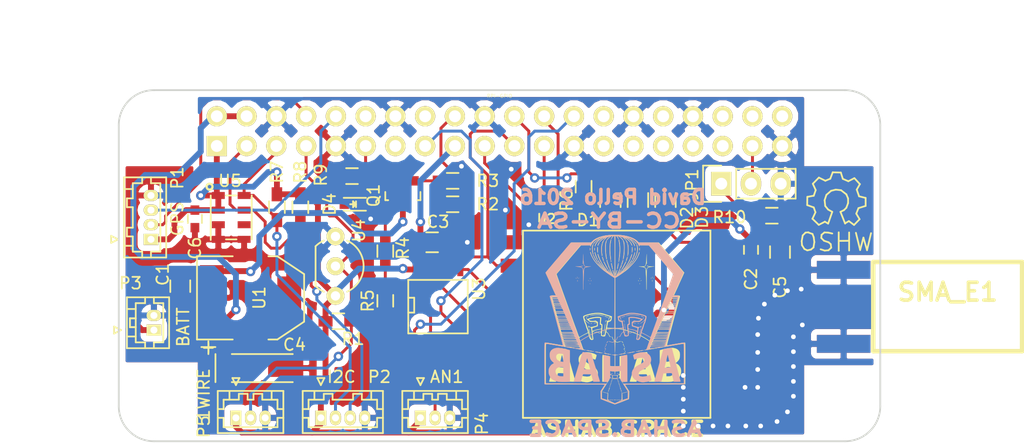
<source format=kicad_pcb>
(kicad_pcb (version 4) (host pcbnew 4.0.6)
  (layers (0 F.Cu signal) (31 B.Cu signal) (34 B.Paste user) (35 F.Paste user) (36 B.SilkS user) (37 F.SilkS user) (38 B.Mask user) (39 F.Mask user) (44 Edge.Cuts user))
  (net 0 "")
  (net 1 +BATT)
  (net 2 GND)
  (net 3 +3V3)
  (net 4 +5V)
  (net 5 LORA_INT)
  (net 6 "Net-(D1-Pad2)")
  (net 7 "Net-(D2-Pad2)")
  (net 8 "Net-(D3-Pad2)")
  (net 9 "Net-(P6-Pad40)")
  (net 10 "Net-(P6-Pad38)")
  (net 11 "Net-(P6-Pad36)")
  (net 12 "Net-(P6-Pad35)")
  (net 13 "Net-(P6-Pad33)")
  (net 14 "Net-(P6-Pad32)")
  (net 15 "Net-(P6-Pad31)")
  (net 16 "Net-(P6-Pad29)")
  (net 17 "Net-(P6-Pad28)")
  (net 18 "Net-(P6-Pad27)")
  (net 19 CS1)
  (net 20 CS0)
  (net 21 SCLK)
  (net 22 MISO)
  (net 23 MOSI)
  (net 24 READ_BATT_EN)
  (net 25 "Net-(P6-Pad16)")
  (net 26 LORA_RST)
  (net 27 "Net-(P6-Pad13)")
  (net 28 "Net-(P6-Pad12)")
  (net 29 RXD)
  (net 30 TXD)
  (net 31 1WIRE)
  (net 32 SCL)
  (net 33 SDA)
  (net 34 "Net-(Q1-Pad1)")
  (net 35 "Net-(Q1-Pad2)")
  (net 36 "Net-(R4-Pad2)")
  (net 37 "Net-(U2-Pad12)")
  (net 38 "Net-(U2-Pad11)")
  (net 39 "Net-(U2-Pad7)")
  (net 40 AN1)
  (net 41 "Net-(U5-Pad6)")
  (net 42 /RF)
  (net 43 "Net-(D4-Pad2)")
  (net 44 LED)
  (net 45 "Net-(JP1-Pad1)")
  (net 46 TX_PWR)
  (module StratoZero:RFM95_SMD_Handsoldering (layer F.Cu) (at 142 92)
    (fp_text reference U2 (at 1 -2) (layer F.SilkS) (effects (font (size 0.8 0.8) (thickness 0.16))))
    (fp_text value RFM95HW hide)
    (pad 1 smd rect (at -1.4 0) (size 3 1.2) (layers F.Cu F.Paste F.Mask) (net 2 GND))
    (pad 2 smd rect (at -1.4 2) (size 3 1.2) (layers F.Cu F.Paste F.Mask) (net 22 MISO))
    (pad 3 smd rect (at -1.4 4) (size 3 1.2) (layers F.Cu F.Paste F.Mask) (net 23 MOSI))
    (pad 4 smd rect (at -1.4 6) (size 3 1.2) (layers F.Cu F.Paste F.Mask) (net 21 SCLK))
    (pad 5 smd rect (at -1.4 8) (size 3 1.2) (layers F.Cu F.Paste F.Mask) (net 20 CS0))
    (pad 6 smd rect (at -1.4 10) (size 3 1.2) (layers F.Cu F.Paste F.Mask) (net 26 LORA_RST))
    (pad 7 smd rect (at -1.4 12) (size 3 1.2) (layers F.Cu F.Paste F.Mask) (net 39 "Net-(U2-Pad7)"))
    (pad 8 smd rect (at -1.4 14) (size 3 1.2) (layers F.Cu F.Paste F.Mask) (net 2 GND))
    (pad 9 smd rect (at 15.3 14) (size 3 1.2) (layers F.Cu F.Paste F.Mask) (net 42 /RF))
    (pad 10 smd rect (at 15.3 12) (size 3 1.2) (layers F.Cu F.Paste F.Mask) (net 2 GND))
    (pad 11 smd rect (at 15.3 10) (size 3 1.2) (layers F.Cu F.Paste F.Mask) (net 38 "Net-(U2-Pad11)"))
    (pad 12 smd rect (at 15.3 8) (size 3 1.2) (layers F.Cu F.Paste F.Mask) (net 37 "Net-(U2-Pad12)"))
    (pad 13 smd rect (at 15.3 6) (size 3 1.2) (layers F.Cu F.Paste F.Mask) (net 3 +3V3))
    (pad 14 smd rect (at 15.3 4) (size 3 1.2) (layers F.Cu F.Paste F.Mask) (net 6 "Net-(D1-Pad2)"))
    (pad 15 smd rect (at 15.3 2) (size 3 1.2) (layers F.Cu F.Paste F.Mask) (net 7 "Net-(D2-Pad2)"))
    (pad 16 smd rect (at 15.3 0) (size 3 1.2) (layers F.Cu F.Paste F.Mask) (net 8 "Net-(D3-Pad2)"))
  )
  (module SMA:SMA_EDGE (layer F.Cu) (at 177.25 96.25)
    (fp_text reference SMA_E1 (at 0 0) (layer F.SilkS) (effects (font (thickness 0.3048))))
    (fp_text value SMA_EDGE hide)
    (pad 0 connect rect (at -8.8773 -1.89484) (size 4.572 1.524) (layers *.Cu F.Mask) (net 2 GND))
    (pad 1 connect trapezoid (at -6.858 1.27) (size 0.50038 1.39954) (rect_delta 0.59944 0) (layers F.Cu F.Mask) (net 42 /RF))
    (pad 2 connect rect (at -8.8773 4.42976) (size 4.572 1.524) (layers *.Cu F.Mask) (net 2 GND))
    (pad 1 connect rect (at -9.144 1.27) (size 4.07162 1.99898) (layers F.Cu F.Mask) (net 42 /RF))
  )
  (module Capacitors_SMD:C_0805 (layer F.Cu) (at 111.75 95.75 270)
    (fp_text reference C1 (at -1 1.5 270) (layer F.SilkS))
    (fp_text value 470n)
    (pad 1 smd rect (at -1 0 270) (size 1 1.25) (layers F.Cu F.Paste F.Mask) (net 1 +BATT))
    (pad 2 smd rect (at 1 0 270) (size 1 1.25) (layers F.Cu F.Paste F.Mask) (net 2 GND))
  )
  (module Capacitors_SMD:C_0603 (layer F.Cu) (at 160.4645 92.6465 270)
    (fp_text reference C2 (at 2.5 0 270) (layer F.SilkS))
    (fp_text value 100n)
    (pad 1 smd rect (at -0.75 0 270) (size 0.8 0.75) (layers F.Cu F.Paste F.Mask) (net 3 +3V3))
    (pad 2 smd rect (at 0.75 0 270) (size 0.8 0.75) (layers F.Cu F.Paste F.Mask) (net 2 GND))
  )
  (module Capacitors_SMD:C_0805 (layer F.Cu) (at 133.25 92)
    (fp_text reference C3 (at 0.5 -1.75) (layer F.SilkS))
    (fp_text value 100n)
    (pad 2 smd rect (at 1 0) (size 1 1.25) (layers F.Cu F.Paste F.Mask) (net 2 GND))
    (pad 1 smd rect (at -1 0) (size 1 1.25) (layers F.Cu F.Paste F.Mask) (net 3 +3V3))
  )
  (module Capacitors_Tantalum_SMD:TantalC_SizeA_EIA-3216_HandSoldering (layer F.Cu) (at 118.75 102.75)
    (fp_text reference C4 (at 2.75 -2) (layer F.SilkS))
    (fp_text value CP)
    (fp_text user + (at -4.59994 -1.80086) (layer F.SilkS))
    (pad 2 smd rect (at 1.99898 0) (size 2.99974 1.50114) (layers F.Cu F.Paste F.Mask) (net 2 GND))
    (pad 1 smd rect (at -1.99898 0) (size 2.99974 1.50114) (layers F.Cu F.Paste F.Mask) (net 4 +5V))
  )
  (module Capacitors_SMD:C_0805 (layer F.Cu) (at 162.941 92.837 270)
    (fp_text reference C5 (at 3 0 270) (layer F.SilkS))
    (fp_text value 1u)
    (pad 1 smd rect (at -1 0 270) (size 1 1.25) (layers F.Cu F.Paste F.Mask) (net 3 +3V3))
    (pad 2 smd rect (at 1 0 270) (size 1 1.25) (layers F.Cu F.Paste F.Mask) (net 2 GND))
  )
  (module Capacitors_SMD:C_0603 (layer F.Cu) (at 113 90 270)
    (fp_text reference C6 (at 2.5 0 270) (layer F.SilkS))
    (fp_text value 100n)
    (pad 2 smd rect (at 0.75 0 270) (size 0.8 0.75) (layers F.Cu F.Paste F.Mask) (net 2 GND))
    (pad 1 smd rect (at -0.75 0 270) (size 0.8 0.75) (layers F.Cu F.Paste F.Mask) (net 3 +3V3))
  )
  (module Resistors_SMD:R_0805_HandSoldering (layer F.Cu) (at 148.463 88.392 270)
    (fp_text reference D1 (at 1.7145 1.905 360) (layer F.SilkS))
    (fp_text value D)
    (pad 1 smd rect (at -1.35 0 270) (size 1.5 1.3) (layers F.Cu F.Paste F.Mask) (net 5 LORA_INT))
    (pad 2 smd rect (at 1.35 0 270) (size 1.5 1.3) (layers F.Cu F.Paste F.Mask) (net 6 "Net-(D1-Pad2)"))
  )
  (module Resistors_SMD:R_0805_HandSoldering (layer F.Cu) (at 150.8125 88.392 270)
    (fp_text reference D2 (at 1.524 -4.191 270) (layer F.SilkS))
    (fp_text value D)
    (pad 2 smd rect (at 1.35 0 270) (size 1.5 1.3) (layers F.Cu F.Paste F.Mask) (net 7 "Net-(D2-Pad2)"))
    (pad 1 smd rect (at -1.35 0 270) (size 1.5 1.3) (layers F.Cu F.Paste F.Mask) (net 5 LORA_INT))
  )
  (module Resistors_SMD:R_0805_HandSoldering (layer F.Cu) (at 153.162 88.392 270)
    (fp_text reference D3 (at 1.4605 -3.1115 270) (layer F.SilkS))
    (fp_text value D)
    (pad 1 smd rect (at -1.35 0 270) (size 1.5 1.3) (layers F.Cu F.Paste F.Mask) (net 5 LORA_INT))
    (pad 2 smd rect (at 1.35 0 270) (size 1.5 1.3) (layers F.Cu F.Paste F.Mask) (net 8 "Net-(D3-Pad2)"))
  )
  (module ladecadence:RPI-ZERO-Hat (layer F.Cu) (at 139 94)
    (fp_text reference P6)
    (fp_text value RPI-GPIO (at 0 -14.5) (layer F.SilkS) (effects (font (size 0.3 0.3) (thickness 0.03))))
    (pad 40 thru_hole circle (at 24.13 -12.77 180) (size 1.7272 1.7272) (drill 1.016) (layers *.Cu *.Mask F.SilkS) (net 9 "Net-(P6-Pad40)"))
    (pad 39 thru_hole circle (at 24.13 -10.23 180) (size 1.7272 1.7272) (drill 1.016) (layers *.Cu *.Mask F.SilkS) (net 2 GND))
    (pad 38 thru_hole circle (at 21.59 -12.77 180) (size 1.7272 1.7272) (drill 1.016) (layers *.Cu *.Mask F.SilkS) (net 10 "Net-(P6-Pad38)"))
    (pad 37 thru_hole circle (at 21.59 -10.23 180) (size 1.7272 1.7272) (drill 1.016) (layers *.Cu *.Mask F.SilkS) (net 46 TX_PWR))
    (pad 36 thru_hole circle (at 19.05 -12.77 180) (size 1.7272 1.7272) (drill 1.016) (layers *.Cu *.Mask F.SilkS) (net 11 "Net-(P6-Pad36)"))
    (pad 35 thru_hole circle (at 19.05 -10.23 180) (size 1.7272 1.7272) (drill 1.016) (layers *.Cu *.Mask F.SilkS) (net 12 "Net-(P6-Pad35)"))
    (pad 34 thru_hole circle (at 16.51 -12.77 180) (size 1.7272 1.7272) (drill 1.016) (layers *.Cu *.Mask F.SilkS) (net 2 GND))
    (pad 33 thru_hole circle (at 16.51 -10.23 180) (size 1.7272 1.7272) (drill 1.016) (layers *.Cu *.Mask F.SilkS) (net 13 "Net-(P6-Pad33)"))
    (pad 32 thru_hole circle (at 13.97 -12.77 180) (size 1.7272 1.7272) (drill 1.016) (layers *.Cu *.Mask F.SilkS) (net 14 "Net-(P6-Pad32)"))
    (pad 31 thru_hole circle (at 13.97 -10.23 180) (size 1.7272 1.7272) (drill 1.016) (layers *.Cu *.Mask F.SilkS) (net 15 "Net-(P6-Pad31)"))
    (pad 30 thru_hole circle (at 11.43 -12.77 180) (size 1.7272 1.7272) (drill 1.016) (layers *.Cu *.Mask F.SilkS) (net 2 GND))
    (pad 29 thru_hole circle (at 11.43 -10.23 180) (size 1.7272 1.7272) (drill 1.016) (layers *.Cu *.Mask F.SilkS) (net 16 "Net-(P6-Pad29)"))
    (pad 28 thru_hole circle (at 8.89 -12.77 180) (size 1.7272 1.7272) (drill 1.016) (layers *.Cu *.Mask F.SilkS) (net 17 "Net-(P6-Pad28)"))
    (pad 27 thru_hole circle (at 8.89 -10.23 180) (size 1.7272 1.7272) (drill 1.016) (layers *.Cu *.Mask F.SilkS) (net 18 "Net-(P6-Pad27)"))
    (pad 26 thru_hole circle (at 6.35 -12.77 180) (size 1.7272 1.7272) (drill 1.016) (layers *.Cu *.Mask F.SilkS) (net 19 CS1))
    (pad 25 thru_hole circle (at 6.35 -10.23 180) (size 1.7272 1.7272) (drill 1.016) (layers *.Cu *.Mask F.SilkS) (net 2 GND))
    (pad 24 thru_hole circle (at 3.81 -12.77 180) (size 1.7272 1.7272) (drill 1.016) (layers *.Cu *.Mask F.SilkS) (net 20 CS0))
    (pad 23 thru_hole circle (at 3.81 -10.23 180) (size 1.7272 1.7272) (drill 1.016) (layers *.Cu *.Mask F.SilkS) (net 21 SCLK))
    (pad 22 thru_hole circle (at 1.27 -12.77 180) (size 1.7272 1.7272) (drill 1.016) (layers *.Cu *.Mask F.SilkS) (net 5 LORA_INT))
    (pad 21 thru_hole circle (at 1.27 -10.23 180) (size 1.7272 1.7272) (drill 1.016) (layers *.Cu *.Mask F.SilkS) (net 22 MISO))
    (pad 20 thru_hole circle (at -1.27 -12.77 180) (size 1.7272 1.7272) (drill 1.016) (layers *.Cu *.Mask F.SilkS) (net 2 GND))
    (pad 19 thru_hole circle (at -1.27 -10.23 180) (size 1.7272 1.7272) (drill 1.016) (layers *.Cu *.Mask F.SilkS) (net 23 MOSI))
    (pad 18 thru_hole circle (at -3.81 -12.77 180) (size 1.7272 1.7272) (drill 1.016) (layers *.Cu *.Mask F.SilkS) (net 24 READ_BATT_EN))
    (pad 17 thru_hole circle (at -3.81 -10.23 180) (size 1.7272 1.7272) (drill 1.016) (layers *.Cu *.Mask F.SilkS) (net 3 +3V3))
    (pad 16 thru_hole circle (at -6.35 -12.77 180) (size 1.7272 1.7272) (drill 1.016) (layers *.Cu *.Mask F.SilkS) (net 25 "Net-(P6-Pad16)"))
    (pad 15 thru_hole circle (at -6.35 -10.23 180) (size 1.7272 1.7272) (drill 1.016) (layers *.Cu *.Mask F.SilkS) (net 26 LORA_RST))
    (pad 14 thru_hole circle (at -8.89 -12.77 180) (size 1.7272 1.7272) (drill 1.016) (layers *.Cu *.Mask F.SilkS) (net 2 GND))
    (pad 13 thru_hole circle (at -8.89 -10.23 180) (size 1.7272 1.7272) (drill 1.016) (layers *.Cu *.Mask F.SilkS) (net 27 "Net-(P6-Pad13)"))
    (pad 12 thru_hole circle (at -11.43 -12.77 180) (size 1.7272 1.7272) (drill 1.016) (layers *.Cu *.Mask F.SilkS) (net 28 "Net-(P6-Pad12)"))
    (pad 11 thru_hole circle (at -11.43 -10.23 180) (size 1.7272 1.7272) (drill 1.016) (layers *.Cu *.Mask F.SilkS) (net 44 LED))
    (pad 10 thru_hole circle (at -13.97 -12.77 180) (size 1.7272 1.7272) (drill 1.016) (layers *.Cu *.Mask F.SilkS) (net 29 RXD))
    (pad 9 thru_hole circle (at -13.97 -10.23 180) (size 1.7272 1.7272) (drill 1.016) (layers *.Cu *.Mask F.SilkS) (net 2 GND))
    (pad 8 thru_hole circle (at -16.51 -12.77 180) (size 1.7272 1.7272) (drill 1.016) (layers *.Cu *.Mask F.SilkS) (net 30 TXD))
    (pad 7 thru_hole circle (at -16.51 -10.23 180) (size 1.7272 1.7272) (drill 1.016) (layers *.Cu *.Mask F.SilkS) (net 31 1WIRE))
    (pad 6 thru_hole circle (at -19.05 -12.77 180) (size 1.7272 1.7272) (drill 1.016) (layers *.Cu *.Mask F.SilkS) (net 2 GND))
    (pad 5 thru_hole circle (at -19.05 -10.23 180) (size 1.7272 1.7272) (drill 1.016) (layers *.Cu *.Mask F.SilkS) (net 32 SCL))
    (pad 4 thru_hole circle (at -21.59 -12.77 180) (size 1.7272 1.7272) (drill 1.016) (layers *.Cu *.Mask F.SilkS) (net 4 +5V))
    (pad 3 thru_hole circle (at -21.59 -10.23 180) (size 1.7272 1.7272) (drill 1.016) (layers *.Cu *.Mask F.SilkS) (net 33 SDA))
    (pad 2 thru_hole circle (at -24.13 -12.77 180) (size 1.7272 1.7272) (drill 1.016) (layers *.Cu *.Mask F.SilkS) (net 4 +5V))
    (pad 1 thru_hole rect (at -24.13 -10.23 180) (size 1.7272 1.7272) (drill 1.016) (layers *.Cu *.Mask F.SilkS) (net 3 +3V3))
    (pad "" np_thru_hole circle (at 29 11.5) (size 2.75 2.75) (drill 2.75) (layers *.Cu *.Mask))
    (pad "" np_thru_hole circle (at -29 -11.5) (size 2.75 2.75) (drill 2.75) (layers *.Cu *.Mask))
    (pad "" np_thru_hole circle (at 29 -11.5) (size 2.75 2.75) (drill 2.75) (layers *.Cu *.Mask))
    (pad "" np_thru_hole circle (at -29 11.5) (size 2.75 2.75) (drill 2.75) (layers *.Cu *.Mask))
  )
  (module TO_SOT_Packages_SMD:SOT-23 (layer F.Cu) (at 130.75 87.75 180)
    (fp_text reference Q1 (at 2.5 -0.25 270) (layer F.SilkS))
    (fp_text value 2N7002)
    (pad 1 smd rect (at -0.95 1.00076 180) (size 0.8001 0.8001) (layers F.Cu F.Paste F.Mask) (net 34 "Net-(Q1-Pad1)"))
    (pad 2 smd rect (at 0.95 1.00076 180) (size 0.8001 0.8001) (layers F.Cu F.Paste F.Mask) (net 35 "Net-(Q1-Pad2)"))
    (pad 3 smd rect (at 0 -0.99822 180) (size 0.8001 0.8001) (layers F.Cu F.Paste F.Mask) (net 1 +BATT))
  )
  (module Resistors_SMD:R_0603_HandSoldering (layer F.Cu) (at 125.25 98.75)
    (fp_text reference R1 (at 1.25 1.5 180) (layer F.SilkS))
    (fp_text value 4K7R)
    (pad 1 smd rect (at -1.1 0) (size 1.2 0.9) (layers F.Cu F.Paste F.Mask) (net 3 +3V3))
    (pad 2 smd rect (at 1.1 0) (size 1.2 0.9) (layers F.Cu F.Paste F.Mask) (net 31 1WIRE))
  )
  (module Resistors_SMD:R_0603_HandSoldering (layer F.Cu) (at 135 88.75)
    (fp_text reference R2 (at 3 0) (layer F.SilkS))
    (fp_text value 100R)
    (pad 1 smd rect (at -1.1 0) (size 1.2 0.9) (layers F.Cu F.Paste F.Mask) (net 34 "Net-(Q1-Pad1)"))
    (pad 2 smd rect (at 1.1 0) (size 1.2 0.9) (layers F.Cu F.Paste F.Mask) (net 24 READ_BATT_EN))
  )
  (module Resistors_SMD:R_0603_HandSoldering (layer F.Cu) (at 135 86.75)
    (fp_text reference R3 (at 3 0) (layer F.SilkS))
    (fp_text value 10K)
    (pad 2 smd rect (at 1.1 0) (size 1.2 0.9) (layers F.Cu F.Paste F.Mask) (net 2 GND))
    (pad 1 smd rect (at -1.1 0) (size 1.2 0.9) (layers F.Cu F.Paste F.Mask) (net 34 "Net-(Q1-Pad1)"))
  )
  (module Resistors_SMD:R_0603_HandSoldering (layer F.Cu) (at 129.25 92.75 270)
    (fp_text reference R4 (at -0.25 -1.5 270) (layer F.SilkS))
    (fp_text value 22K)
    (pad 1 smd rect (at -1.1 0 270) (size 1.2 0.9) (layers F.Cu F.Paste F.Mask) (net 35 "Net-(Q1-Pad2)"))
    (pad 2 smd rect (at 1.1 0 270) (size 1.2 0.9) (layers F.Cu F.Paste F.Mask) (net 36 "Net-(R4-Pad2)"))
  )
  (module Resistors_SMD:R_0603_HandSoldering (layer F.Cu) (at 129.25 97 270)
    (fp_text reference R5 (at 0 1.5 270) (layer F.SilkS))
    (fp_text value 10K)
    (pad 2 smd rect (at 1.1 0 270) (size 1.2 0.9) (layers F.Cu F.Paste F.Mask) (net 2 GND))
    (pad 1 smd rect (at -1.1 0 270) (size 1.2 0.9) (layers F.Cu F.Paste F.Mask) (net 36 "Net-(R4-Pad2)"))
  )
  (module Resistors_SMD:R_0603_HandSoldering (layer F.Cu) (at 146.177 87.249 270)
    (fp_text reference R6 (at 1.143 1.4605 270) (layer F.SilkS))
    (fp_text value 10K)
    (pad 2 smd rect (at 1.1 0 270) (size 1.2 0.9) (layers F.Cu F.Paste F.Mask) (net 2 GND))
    (pad 1 smd rect (at -1.1 0 270) (size 1.2 0.9) (layers F.Cu F.Paste F.Mask) (net 5 LORA_INT))
  )
  (module Resistors_SMD:R_0603_HandSoldering (layer F.Cu) (at 120 89 270)
    (fp_text reference R7 (at -3 0 270) (layer F.SilkS))
    (fp_text value 10K)
    (pad 2 smd rect (at 1.1 0 270) (size 1.2 0.9) (layers F.Cu F.Paste F.Mask) (net 32 SCL))
    (pad 1 smd rect (at -1.1 0 270) (size 1.2 0.9) (layers F.Cu F.Paste F.Mask) (net 3 +3V3))
  )
  (module Resistors_SMD:R_0603_HandSoldering (layer F.Cu) (at 122 89 270)
    (fp_text reference R8 (at -3 0 270) (layer F.SilkS))
    (fp_text value 10K)
    (pad 1 smd rect (at -1.1 0 270) (size 1.2 0.9) (layers F.Cu F.Paste F.Mask) (net 3 +3V3))
    (pad 2 smd rect (at 1.1 0 270) (size 1.2 0.9) (layers F.Cu F.Paste F.Mask) (net 33 SDA))
  )
  (module TO_SOT_Packages_SMD:SOT-223 (layer F.Cu) (at 117.75 96.75 270)
    (fp_text reference U1 (at 0 -0.75 450) (layer F.SilkS))
    (fp_text value LM2940)
    (pad 4 smd rect (at 0 -3.302 270) (size 3.6576 2.032) (layers F.Cu F.Paste F.Mask) (net 2 GND))
    (pad 2 smd rect (at 0 3.302 270) (size 1.016 2.032) (layers F.Cu F.Paste F.Mask) (net 2 GND))
    (pad 3 smd rect (at 2.286 3.302 270) (size 1.016 2.032) (layers F.Cu F.Paste F.Mask) (net 4 +5V))
    (pad 1 smd rect (at -2.286 3.302 270) (size 1.016 2.032) (layers F.Cu F.Paste F.Mask) (net 1 +BATT))
  )
  (module SMD_Packages:SOIC-8-N (layer F.Cu) (at 133.75 97.5)
    (fp_text reference U3 (at 3.5 -1.5 90) (layer F.SilkS))
    (fp_text value MCP3002)
    (pad 8 smd rect (at -1.905 -3.175) (size 0.508 1.143) (layers F.Cu F.Paste F.Mask) (net 3 +3V3))
    (pad 7 smd rect (at -0.635 -3.175) (size 0.508 1.143) (layers F.Cu F.Paste F.Mask) (net 21 SCLK))
    (pad 6 smd rect (at 0.635 -3.175) (size 0.508 1.143) (layers F.Cu F.Paste F.Mask) (net 22 MISO))
    (pad 5 smd rect (at 1.905 -3.175) (size 0.508 1.143) (layers F.Cu F.Paste F.Mask) (net 23 MOSI))
    (pad 4 smd rect (at 1.905 3.175) (size 0.508 1.143) (layers F.Cu F.Paste F.Mask) (net 2 GND))
    (pad 3 smd rect (at 0.635 3.175) (size 0.508 1.143) (layers F.Cu F.Paste F.Mask) (net 40 AN1))
    (pad 2 smd rect (at -0.635 3.175) (size 0.508 1.143) (layers F.Cu F.Paste F.Mask) (net 36 "Net-(R4-Pad2)"))
    (pad 1 smd rect (at -1.905 3.175) (size 0.508 1.143) (layers F.Cu F.Paste F.Mask) (net 19 CS1))
  )
  (module TO_SOT_Packages_THT:TO-92_Inline_Wide (layer F.Cu) (at 125 91.5 270)
    (fp_text reference U4 (at -0.5 -2 450) (layer F.SilkS))
    (fp_text value ds18b20)
    (pad 2 thru_hole circle (at 2.54 0) (size 1.524 1.524) (drill 0.8) (layers *.Cu *.Mask F.SilkS) (net 31 1WIRE))
    (pad 3 thru_hole circle (at 5.08 0) (size 1.524 1.524) (drill 0.8) (layers *.Cu *.Mask F.SilkS) (net 3 +3V3))
    (pad 1 thru_hole circle (at 0 0) (size 1.524 1.524) (drill 0.8) (layers *.Cu *.Mask F.SilkS) (net 2 GND))
  )
  (module ladecadence:MS5607 (layer F.Cu) (at 115 88)
    (fp_text reference U5 (at 1 -1.25) (layer F.SilkS))
    (fp_text value MS5607)
    (pad 8 smd rect (at 2.2 0) (size 1.1 0.6) (layers F.Cu F.Paste F.Mask) (net 32 SCL))
    (pad 7 smd rect (at 2.2 1.25) (size 1.1 0.6) (layers F.Cu F.Paste F.Mask) (net 33 SDA))
    (pad 6 smd rect (at 2.2 2.5) (size 1.1 0.6) (layers F.Cu F.Paste F.Mask) (net 41 "Net-(U5-Pad6)"))
    (pad 5 smd rect (at 2.2 3.75) (size 1.1 0.6) (layers F.Cu F.Paste F.Mask) (net 2 GND))
    (pad 4 smd rect (at 0 3.75) (size 1.1 0.6) (layers F.Cu F.Paste F.Mask) (net 2 GND))
    (pad 3 smd rect (at 0 2.5) (size 1.1 0.6) (layers F.Cu F.Paste F.Mask) (net 2 GND))
    (pad 2 smd rect (at 0 1.25) (size 1.1 0.6) (layers F.Cu F.Paste F.Mask) (net 3 +3V3))
    (pad 1 smd rect (at 0 0) (size 1.1 0.6) (layers F.Cu F.Paste F.Mask) (net 3 +3V3))
  )
  (module Symbols:Symbol_OSHW-Logo_SilkScreen (layer F.Cu) (at 167.75 88.5)
    (fp_text reference "" (at 0.09906 -4.38912) (layer F.SilkS))
    (fp_text value Symbol_OSHW-Logo_SilkScreen)
  )
  (module Connectors_Hirose:Hirose_DF13-04P-1.25DSA_04x1.25mm_Straight (layer F.Cu) (at 109.25 91.75 90)
    (fp_text reference P1 (at 5.25 2.25 90) (layer F.SilkS))
    (fp_text value GPS (at 1.75 2.25 90) (layer F.SilkS))
    (pad 4 thru_hole oval (at 3.75 0 90) (size 0.95 1.25) (drill 0.6) (layers *.Cu *.Mask F.SilkS) (net 2 GND))
    (pad 3 thru_hole oval (at 2.5 0 90) (size 0.95 1.25) (drill 0.6) (layers *.Cu *.Mask F.SilkS) (net 29 RXD))
    (pad 2 thru_hole oval (at 1.25 0 90) (size 0.95 1.25) (drill 0.6) (layers *.Cu *.Mask F.SilkS) (net 30 TXD))
    (pad 1 thru_hole rect (at 0 0 90) (size 0.95 1.25) (drill 0.6) (layers *.Cu *.Mask F.SilkS) (net 3 +3V3))
  )
  (module Connectors_Hirose:Hirose_DF13-04P-1.25DSA_04x1.25mm_Straight (layer F.Cu) (at 123.75 107)
    (fp_text reference P2 (at 5 -3.5) (layer F.SilkS))
    (fp_text value I2C (at 1.75 -3.5) (layer F.SilkS))
    (pad 1 thru_hole rect (at 0 0) (size 0.95 1.25) (drill 0.6) (layers *.Cu *.Mask F.SilkS) (net 3 +3V3))
    (pad 2 thru_hole oval (at 1.25 0) (size 0.95 1.25) (drill 0.6) (layers *.Cu *.Mask F.SilkS) (net 32 SCL))
    (pad 3 thru_hole oval (at 2.5 0) (size 0.95 1.25) (drill 0.6) (layers *.Cu *.Mask F.SilkS) (net 33 SDA))
    (pad 4 thru_hole oval (at 3.75 0) (size 0.95 1.25) (drill 0.6) (layers *.Cu *.Mask F.SilkS) (net 2 GND))
  )
  (module Connectors_Hirose:Hirose_DF13-02P-1.25DSA_02x1.25mm_Straight (layer F.Cu) (at 109.5 99.5 90)
    (fp_text reference P3 (at 4 -2 180) (layer F.SilkS))
    (fp_text value BATT (at 0.25 2.5 90) (layer F.SilkS))
    (pad 1 thru_hole rect (at 0 0 90) (size 0.95 1.25) (drill 0.6) (layers *.Cu *.Mask F.SilkS) (net 1 +BATT))
    (pad 2 thru_hole oval (at 1.25 0 90) (size 0.95 1.25) (drill 0.6) (layers *.Cu *.Mask F.SilkS) (net 2 GND))
  )
  (module Connectors_Hirose:Hirose_DF13-03P-1.25DSA_03x1.25mm_Straight (layer F.Cu) (at 132.25 107)
    (fp_text reference P4 (at 5.25 0.5 90) (layer F.SilkS))
    (fp_text value AN1 (at 2.25 -3.5) (layer F.SilkS))
    (pad 3 thru_hole oval (at 2.5 0) (size 0.95 1.25) (drill 0.6) (layers *.Cu *.Mask F.SilkS) (net 2 GND))
    (pad 2 thru_hole oval (at 1.25 0) (size 0.95 1.25) (drill 0.6) (layers *.Cu *.Mask F.SilkS) (net 40 AN1))
    (pad 1 thru_hole rect (at 0 0) (size 0.95 1.25) (drill 0.6) (layers *.Cu *.Mask F.SilkS) (net 3 +3V3))
  )
  (module Connectors_Hirose:Hirose_DF13-03P-1.25DSA_03x1.25mm_Straight (layer F.Cu) (at 116.5 107)
    (fp_text reference P5 (at -2.75 0.75 90) (layer F.SilkS))
    (fp_text value 1WIRE (at -2.75 -2 90) (layer F.SilkS))
    (pad 1 thru_hole rect (at 0 0) (size 0.95 1.25) (drill 0.6) (layers *.Cu *.Mask F.SilkS) (net 3 +3V3))
    (pad 2 thru_hole oval (at 1.25 0) (size 0.95 1.25) (drill 0.6) (layers *.Cu *.Mask F.SilkS) (net 31 1WIRE))
    (pad 3 thru_hole oval (at 2.5 0) (size 0.95 1.25) (drill 0.6) (layers *.Cu *.Mask F.SilkS) (net 2 GND))
  )
  (module ladecadence:ASHAB-LOGO-FSILK (layer B.Cu) (at 148.844 98.552 180)
    (fp_text reference G*** hide)
    (fp_text value LOGO hide)
  )
  (module ladecadence:ASHAB-LOGO-FSILK (layer F.Cu) (at 148.844 98.552)
    (fp_text reference G*** hide)
    (fp_text value LOGO hide)
  )
  (module LEDs:LED_0603 (layer F.Cu) (at 126.5 88.75 180)
    (fp_text reference D4 (at 2 0 270) (layer F.SilkS))
    (fp_text value LED)
    (pad 1 smd rect (at -0.7493 0) (size 0.79756 0.79756) (layers F.Cu F.Paste F.Mask) (net 2 GND))
    (pad 2 smd rect (at 0.7493 0) (size 0.79756 0.79756) (layers F.Cu F.Paste F.Mask) (net 43 "Net-(D4-Pad2)"))
  )
  (module Resistors_SMD:R_0603_HandSoldering (layer F.Cu) (at 126.407349 86.343607)
    (fp_text reference R9 (at -2.657349 -0.093607 90) (layer F.SilkS))
    (fp_text value 390)
    (pad 1 smd rect (at -1.1 0) (size 1.2 0.9) (layers F.Cu F.Paste F.Mask) (net 43 "Net-(D4-Pad2)"))
    (pad 2 smd rect (at 1.1 0) (size 1.2 0.9) (layers F.Cu F.Paste F.Mask) (net 44 LED))
  )
  (module Pin_Headers:Pin_Header_Straight_1x03 (layer F.Cu) (at 157.9245 86.995 90)
    (fp_text reference JP1 (at -0.0635 -2.4765 90) (layer F.SilkS))
    (fp_text value RF_PWR)
    (pad 1 thru_hole rect (at 0 0 90) (size 2.032 1.7272) (drill 1.016) (layers *.Cu *.Mask F.SilkS) (net 45 "Net-(JP1-Pad1)"))
    (pad 2 thru_hole oval (at 0 2.54 90) (size 2.032 1.7272) (drill 1.016) (layers *.Cu *.Mask F.SilkS) (net 46 TX_PWR))
    (pad 3 thru_hole oval (at 0 5.08 90) (size 2.032 1.7272) (drill 1.016) (layers *.Cu *.Mask F.SilkS) (net 2 GND))
  )
  (module Resistors_SMD:R_0603_HandSoldering (layer F.Cu) (at 162.2425 89.7255)
    (fp_text reference R10 (at -3.6195 0.127) (layer F.SilkS))
    (fp_text value 10K)
    (pad 1 smd rect (at -1.1 0) (size 1.2 0.9) (layers F.Cu F.Paste F.Mask) (net 45 "Net-(JP1-Pad1)"))
    (pad 2 smd rect (at 1.1 0) (size 1.2 0.9) (layers F.Cu F.Paste F.Mask) (net 3 +3V3))
  )
  (gr_text CC-BY-SA (at 148.336 90.17) (layer B.SilkS) (effects (font (size 1.2 1.5) (thickness 0.3)) (justify mirror)))
  (gr_text "David Pello 2016" (at 148.6535 88.138) (layer B.SilkS) (effects (font (size 1.2 1.2) (thickness 0.3)) (justify mirror)))
  (gr_text ASHAB.SPACE (at 148.844 107.95) (layer B.SilkS) (effects (font (size 1.2 1.5) (thickness 0.3)) (justify mirror)))
  (gr_circle (center 114.25 87.25) (end 114.25 87.5) (layer F.SilkS) (width 0.2))
  (gr_text ASHAB.SPACE (at 149.098 107.95) (layer F.SilkS) (effects (font (size 1.2 1.5) (thickness 0.3))))
  (gr_arc (start 109.5 106) (end 109.5 109) (angle 90) (layer Edge.Cuts) (width 0.15))
  (gr_arc (start 168.5 106) (end 171.5 106) (angle 90) (layer Edge.Cuts) (width 0.15))
  (gr_arc (start 168.5 82) (end 168.5 79) (angle 90) (layer Edge.Cuts) (width 0.15))
  (gr_arc (start 109.5 82) (end 106.5 82) (angle 90) (layer Edge.Cuts) (width 0.15))
  (gr_line (start 106.5 106) (end 106.5 82) (angle 90) (layer Edge.Cuts) (width 0.15))
  (gr_line (start 168.5 109) (end 109.5 109) (angle 90) (layer Edge.Cuts) (width 0.15))
  (gr_line (start 171.5 82) (end 171.5 106) (angle 90) (layer Edge.Cuts) (width 0.15))
  (gr_line (start 109.5 79) (end 168.5 79) (angle 90) (layer Edge.Cuts) (width 0.15))
  (segment (start 164.084 102.616) (end 164.084 103.886) (width 0.5) (layer B.Cu) (net 0))
  (via (at 164.084 102.616) (size 0.8) (drill 0.4) (layers F.Cu B.Cu) (net 0))
  (via (at 164.084 101.346) (size 0.8) (drill 0.4) (layers F.Cu B.Cu) (net 0))
  (segment (start 164.084 100.076) (end 164.084 101.346) (width 0.5) (layer B.Cu) (net 0))
  (via (at 164.084 100.076) (size 0.8) (drill 0.4) (layers F.Cu B.Cu) (net 0))
  (segment (start 164.846 99.06) (end 164.084 100.076) (width 0.5) (layer F.Cu) (net 0))
  (via (at 164.846 99.06) (size 0.8) (drill 0.4) (layers F.Cu B.Cu) (net 0))
  (segment (start 164.91624 98.98976) (end 164.846 99.06) (width 0.5) (layer B.Cu) (net 0))
  (segment (start 164.084 101.346) (end 164.084 102.616) (width 0.5) (layer F.Cu) (net 0))
  (via (at 164.084 103.886) (size 0.8) (drill 0.4) (layers F.Cu B.Cu) (net 0))
  (via (at 154.686 103.378) (size 0.8) (drill 0.4) (layers F.Cu B.Cu) (net 0))
  (segment (start 154.686 104.394) (end 154.686 103.378) (width 0.5) (layer F.Cu) (net 0))
  (via (at 154.686 104.394) (size 0.8) (drill 0.4) (layers F.Cu B.Cu) (net 0))
  (segment (start 154.686 105.41) (end 154.686 104.394) (width 0.5) (layer B.Cu) (net 0))
  (via (at 154.686 105.41) (size 0.8) (drill 0.4) (layers F.Cu B.Cu) (net 0))
  (segment (start 154.686 106.426) (end 154.686 105.41) (width 0.5) (layer F.Cu) (net 0))
  (via (at 154.686 106.426) (size 0.8) (drill 0.4) (layers F.Cu B.Cu) (net 0))
  (segment (start 154.432 107.188) (end 154.686 106.426) (width 0.5) (layer B.Cu) (net 0))
  (segment (start 154.686 107.696) (end 154.432 107.188) (width 0.5) (layer B.Cu) (net 0))
  (via (at 154.686 107.696) (size 0.8) (drill 0.4) (layers F.Cu B.Cu) (net 0))
  (segment (start 155.956 107.696) (end 154.686 107.696) (width 0.5) (layer F.Cu) (net 0))
  (via (at 155.956 107.696) (size 0.8) (drill 0.4) (layers F.Cu B.Cu) (net 0))
  (segment (start 157.226 107.696) (end 155.956 107.696) (width 0.5) (layer B.Cu) (net 0))
  (via (at 157.226 107.696) (size 0.8) (drill 0.4) (layers F.Cu B.Cu) (net 0))
  (segment (start 158.496 107.696) (end 157.226 107.696) (width 0.5) (layer F.Cu) (net 0))
  (via (at 158.496 107.696) (size 0.8) (drill 0.4) (layers F.Cu B.Cu) (net 0))
  (segment (start 160.02 107.696) (end 158.496 107.696) (width 0.5) (layer B.Cu) (net 0))
  (via (at 160.02 107.696) (size 0.8) (drill 0.4) (layers F.Cu B.Cu) (net 0))
  (segment (start 161.29 107.696) (end 160.02 107.696) (width 0.5) (layer F.Cu) (net 0))
  (via (at 161.29 107.696) (size 0.8) (drill 0.4) (layers F.Cu B.Cu) (net 0))
  (segment (start 161.544 107.696) (end 161.29 107.696) (width 0.5) (layer B.Cu) (net 0))
  (segment (start 162.687 107.315) (end 161.544 107.696) (width 0.5) (layer B.Cu) (net 0))
  (via (at 162.687 107.315) (size 0.8) (drill 0.4) (layers F.Cu B.Cu) (net 0))
  (segment (start 162.941 107.061) (end 162.687 107.315) (width 0.5) (layer F.Cu) (net 0))
  (segment (start 163.576 106.4895) (end 162.941 107.061) (width 0.5) (layer F.Cu) (net 0))
  (via (at 163.576 106.4895) (size 0.8) (drill 0.4) (layers F.Cu B.Cu) (net 0))
  (segment (start 164.084 105.156) (end 163.576 106.4895) (width 0.5) (layer B.Cu) (net 0))
  (via (at 164.084 105.156) (size 0.8) (drill 0.4) (layers F.Cu B.Cu) (net 0))
  (segment (start 164.084 103.886) (end 164.084 105.156) (width 0.5) (layer F.Cu) (net 0))
  (segment (start 164.084 103.886) (end 164.084 103.632) (width 0.5) (layer B.Cu) (net 0))
  (segment (start 120.5 89.5) (end 125.5 89.5) (width 0.5) (layer B.Cu) (net 1))
  (segment (start 120.5 89.5) (end 118.5 91.5) (width 0.5) (layer B.Cu) (net 1))
  (segment (start 118.5 91.5) (end 118.5 93.75) (width 0.5) (layer B.Cu) (net 1))
  (segment (start 118.5 93.75) (end 117.75 94.5) (width 0.5) (layer B.Cu) (net 1))
  (via (at 117.75 94.5) (size 0.8) (drill 0.4) (layers F.Cu B.Cu) (net 1))
  (segment (start 117.75 94.5) (end 117.714 94.464) (width 0.5) (layer F.Cu) (net 1))
  (segment (start 114.448 94.464) (end 117.714 94.464) (width 0.5) (layer F.Cu) (net 1))
  (segment (start 129.75 91.25) (end 130.75 90.25) (width 0.5) (layer B.Cu) (net 1))
  (segment (start 127.25 91.25) (end 129.75 91.25) (width 0.5) (layer B.Cu) (net 1))
  (segment (start 125.5 89.5) (end 127.25 91.25) (width 0.5) (layer B.Cu) (net 1))
  (segment (start 130.75 88.74822) (end 130.75 90.25) (width 0.5) (layer F.Cu) (net 1))
  (via (at 130.75 90.25) (size 0.8) (drill 0.4) (layers F.Cu B.Cu) (net 1))
  (segment (start 109.5 99.5) (end 108.5 99.5) (width 0.5) (layer F.Cu) (net 1))
  (segment (start 109.5 94.75) (end 111.75 94.75) (width 0.5) (layer F.Cu) (net 1))
  (segment (start 108 96.25) (end 109.5 94.75) (width 0.5) (layer F.Cu) (net 1))
  (segment (start 108 99) (end 108 96.25) (width 0.5) (layer F.Cu) (net 1))
  (segment (start 108.5 99.5) (end 108 99) (width 0.5) (layer F.Cu) (net 1))
  (segment (start 111.75 94.75) (end 112.75 94.75) (width 0.5) (layer F.Cu) (net 1))
  (segment (start 113.036 94.464) (end 114.448 94.464) (width 0.5) (layer F.Cu) (net 1))
  (segment (start 112.75 94.75) (end 113.036 94.464) (width 0.5) (layer F.Cu) (net 1))
  (segment (start 161.036 104.394) (end 160.528 103.632) (width 0.5) (layer B.Cu) (net 2))
  (segment (start 161.6075 97.282) (end 161.4615 97.282) (width 0.5) (layer B.Cu) (net 2))
  (via (at 161.6075 97.282) (size 0.8) (drill 0.4) (layers F.Cu B.Cu) (net 2))
  (segment (start 168.3727 94.35516) (end 165.39484 94.35516) (width 0.5) (layer F.Cu) (net 2))
  (via (at 162.4965 96.52) (size 0.8) (drill 0.4) (layers F.Cu B.Cu) (net 2))
  (segment (start 163.576 96.139) (end 162.4965 96.52) (width 0.5) (layer F.Cu) (net 2))
  (via (at 163.576 96.139) (size 0.8) (drill 0.4) (layers F.Cu B.Cu) (net 2))
  (segment (start 164.75 96) (end 163.576 96.139) (width 0.5) (layer B.Cu) (net 2))
  (via (at 164.75 96) (size 0.8) (drill 0.4) (layers F.Cu B.Cu) (net 2))
  (segment (start 164.75 95) (end 164.75 96) (width 0.5) (layer F.Cu) (net 2))
  (segment (start 165.39484 94.35516) (end 164.75 95) (width 0.5) (layer F.Cu) (net 2))
  (segment (start 161.6075 97.282) (end 162.4965 96.52) (width 0.5) (layer F.Cu) (net 2))
  (via (at 159.9565 104.394) (size 0.8) (drill 0.4) (layers F.Cu B.Cu) (net 2))
  (segment (start 161.036 104.394) (end 159.9565 104.394) (width 0.5) (layer F.Cu) (net 2))
  (via (at 161.036 104.394) (size 0.8) (drill 0.4) (layers F.Cu B.Cu) (net 2))
  (segment (start 161.036 102.87) (end 161.036 104.394) (width 0.5) (layer B.Cu) (net 2))
  (via (at 161.036 102.87) (size 0.8) (drill 0.4) (layers F.Cu B.Cu) (net 2))
  (segment (start 161.036 101.4095) (end 161.036 102.87) (width 0.5) (layer F.Cu) (net 2))
  (via (at 161.036 101.4095) (size 0.8) (drill 0.4) (layers F.Cu B.Cu) (net 2))
  (segment (start 161.036 99.8855) (end 161.036 101.4095) (width 0.5) (layer B.Cu) (net 2))
  (via (at 161.036 99.8855) (size 0.8) (drill 0.4) (layers F.Cu B.Cu) (net 2))
  (segment (start 161.0995 100.203) (end 161.036 99.8855) (width 0.5) (layer F.Cu) (net 2))
  (segment (start 161.0995 98.4885) (end 161.0995 100.203) (width 0.5) (layer F.Cu) (net 2))
  (via (at 161.0995 98.4885) (size 0.8) (drill 0.4) (layers F.Cu B.Cu) (net 2))
  (segment (start 161.4615 97.282) (end 161.0995 98.4885) (width 0.5) (layer B.Cu) (net 2))
  (segment (start 167.6742 101.06076) (end 168.3727 100.67976) (width 0.5) (layer B.Cu) (net 2))
  (segment (start 127.2493 88.75) (end 127.2493 89.2493) (width 0.5) (layer F.Cu) (net 2))
  (via (at 128 90) (size 0.8) (drill 0.4) (layers F.Cu B.Cu) (net 2))
  (segment (start 127.2493 89.2493) (end 128 90) (width 0.25) (layer F.Cu) (net 2))
  (segment (start 159.9825 104) (end 158.25 104) (width 0.5) (layer F.Cu) (net 2))
  (segment (start 140.6 92) (end 141 92) (width 0.5) (layer F.Cu) (net 2))
  (segment (start 141 92) (end 141.5 91.5) (width 0.5) (layer F.Cu) (net 2))
  (segment (start 141.5 91.5) (end 141.5 90.5) (width 0.5) (layer F.Cu) (net 2))
  (via (at 141.5 90.5) (size 0.8) (drill 0.4) (layers F.Cu B.Cu) (net 2))
  (segment (start 136.1 86.75) (end 136.1 85.85) (width 0.5) (layer F.Cu) (net 2))
  (via (at 135.75 85.5) (size 0.8) (drill 0.4) (layers F.Cu B.Cu) (net 2))
  (segment (start 136.1 85.85) (end 135.75 85.5) (width 0.5) (layer F.Cu) (net 2))
  (segment (start 139.5 89.25) (end 139.5 86.25) (width 0.5) (layer B.Cu) (net 2))
  (segment (start 140.6 90.35) (end 139.5 89.25) (width 0.5) (layer F.Cu) (net 2))
  (via (at 139.5 89.25) (size 0.8) (drill 0.4) (layers F.Cu B.Cu) (net 2))
  (segment (start 140.6 92) (end 140.6 90.35) (width 0.5) (layer F.Cu) (net 2))
  (via (at 140 85.75) (size 0.8) (drill 0.4) (layers F.Cu B.Cu) (net 2))
  (segment (start 139.5 86.25) (end 140 85.75) (width 0.5) (layer B.Cu) (net 2))
  (segment (start 134.25 92) (end 136.25 92) (width 0.5) (layer F.Cu) (net 2))
  (via (at 136.25 92) (size 0.8) (drill 0.4) (layers F.Cu B.Cu) (net 2))
  (segment (start 160.4645 91.8965) (end 160.4645 91.821) (width 0.5) (layer F.Cu) (net 3))
  (segment (start 160.4645 91.821) (end 159.512 90.8685) (width 0.5) (layer F.Cu) (net 3))
  (segment (start 159.512 90.8685) (end 158.75 90.1065) (width 0.5) (layer B.Cu) (net 3))
  (via (at 159.512 90.8685) (size 0.8) (drill 0.4) (layers F.Cu B.Cu) (net 3))
  (segment (start 163.3425 89.7255) (end 163.3425 91.4355) (width 0.5) (layer F.Cu) (net 3))
  (segment (start 163.3425 91.4355) (end 162.941 91.837) (width 0.5) (layer F.Cu) (net 3))
  (segment (start 153.035 95.25) (end 153.035 97.79) (width 0.5) (layer B.Cu) (net 3))
  (via (at 153.035 97.79) (size 0.8) (drill 0.4) (layers F.Cu B.Cu) (net 3))
  (segment (start 153.035 93.091) (end 153.035 95.25) (width 0.5) (layer B.Cu) (net 3))
  (segment (start 156.0195 90.1065) (end 153.035 93.091) (width 0.5) (layer B.Cu) (net 3))
  (segment (start 158.75 90.1065) (end 156.0195 90.1065) (width 0.5) (layer B.Cu) (net 3))
  (segment (start 158.8135 90.17) (end 158.75 90.1065) (width 0.5) (layer B.Cu) (net 3))
  (segment (start 160.4645 91.8965) (end 162.8815 91.8965) (width 0.5) (layer F.Cu) (net 3))
  (segment (start 162.8815 91.8965) (end 162.941 91.837) (width 0.5) (layer F.Cu) (net 3))
  (segment (start 153.035 97.79) (end 153.035 98) (width 0.5) (layer F.Cu) (net 3))
  (segment (start 153.035 98) (end 153.035 97.79) (width 0.5) (layer F.Cu) (net 3))
  (segment (start 153.035 97.79) (end 153.035 98) (width 0.5) (layer F.Cu) (net 3))
  (segment (start 157.3 98) (end 153.035 98) (width 0.5) (layer F.Cu) (net 3))
  (segment (start 153.035 98) (end 152.5 98) (width 0.5) (layer F.Cu) (net 3))
  (segment (start 152.5 98) (end 142.25 108.25) (width 0.5) (layer F.Cu) (net 3))
  (segment (start 142.25 108.25) (end 131.25 108.25) (width 0.5) (layer F.Cu) (net 3))
  (segment (start 135.19 83.77) (end 135.19 83.81) (width 0.5) (layer B.Cu) (net 3))
  (segment (start 135.19 83.81) (end 132.25 86.75) (width 0.5) (layer B.Cu) (net 3))
  (segment (start 132.25 86.75) (end 132.25 90.25) (width 0.5) (layer B.Cu) (net 3))
  (segment (start 122.65 87.9) (end 123.5 88.75) (width 0.5) (layer F.Cu) (net 3))
  (segment (start 123.5 88.75) (end 123.5 95.08) (width 0.5) (layer F.Cu) (net 3))
  (segment (start 123.5 95.08) (end 125 96.58) (width 0.5) (layer F.Cu) (net 3))
  (segment (start 122 87.9) (end 122.65 87.9) (width 0.5) (layer F.Cu) (net 3))
  (segment (start 131.845 94.325) (end 130.825 94.325) (width 0.5) (layer F.Cu) (net 3))
  (segment (start 127 94.25) (end 125 96.25) (width 0.5) (layer B.Cu) (net 3))
  (segment (start 130.75 94.25) (end 127 94.25) (width 0.5) (layer B.Cu) (net 3))
  (via (at 130.75 94.25) (size 0.8) (drill 0.4) (layers F.Cu B.Cu) (net 3))
  (segment (start 130.825 94.325) (end 130.75 94.25) (width 0.5) (layer F.Cu) (net 3))
  (segment (start 125 96.25) (end 125 96.58) (width 0.5) (layer B.Cu) (net 3))
  (segment (start 115 88) (end 113.5 88) (width 0.5) (layer F.Cu) (net 3))
  (segment (start 120 86) (end 120 87.9) (width 0.5) (layer F.Cu) (net 3))
  (via (at 120 86) (size 0.8) (drill 0.4) (layers F.Cu B.Cu) (net 3))
  (segment (start 119.25 86) (end 120 86) (width 0.5) (layer B.Cu) (net 3))
  (segment (start 118 87.25) (end 119.25 86) (width 0.5) (layer B.Cu) (net 3))
  (segment (start 114.25 87.25) (end 118 87.25) (width 0.5) (layer B.Cu) (net 3))
  (segment (start 113.5 88) (end 114.25 87.25) (width 0.5) (layer B.Cu) (net 3))
  (via (at 113.5 88) (size 0.8) (drill 0.4) (layers F.Cu B.Cu) (net 3))
  (segment (start 120 87.9) (end 122 87.9) (width 0.5) (layer F.Cu) (net 3))
  (segment (start 124.15 98.75) (end 124.15 97.43) (width 0.5) (layer F.Cu) (net 3))
  (segment (start 124.15 97.43) (end 125 96.58) (width 0.5) (layer F.Cu) (net 3))
  (segment (start 124.15 98.75) (end 124.15 104.35) (width 0.5) (layer F.Cu) (net 3))
  (segment (start 123.75 104.75) (end 123.75 107) (width 0.5) (layer F.Cu) (net 3))
  (segment (start 124.15 104.35) (end 123.75 104.75) (width 0.5) (layer F.Cu) (net 3))
  (segment (start 132.25 107) (end 132.25 107.25) (width 0.5) (layer F.Cu) (net 3))
  (segment (start 132.25 107.25) (end 131.25 108.25) (width 0.5) (layer F.Cu) (net 3))
  (segment (start 116.5 107) (end 116.5 107.75) (width 0.5) (layer F.Cu) (net 3))
  (segment (start 123 108.25) (end 123.75 107.5) (width 0.5) (layer F.Cu) (net 3))
  (segment (start 116.5 107.75) (end 117 108.25) (width 0.5) (layer F.Cu) (net 3))
  (segment (start 123.75 107.5) (end 123.75 107) (width 0.5) (layer F.Cu) (net 3))
  (segment (start 109.25 91.75) (end 110.75 91.75) (width 0.5) (layer F.Cu) (net 3))
  (segment (start 112.25 89.25) (end 113 89.25) (width 0.5) (layer F.Cu) (net 3))
  (segment (start 111.25 90.25) (end 112.25 89.25) (width 0.5) (layer F.Cu) (net 3))
  (segment (start 111.25 91.25) (end 111.25 90.25) (width 0.5) (layer F.Cu) (net 3))
  (segment (start 110.75 91.75) (end 111.25 91.25) (width 0.5) (layer F.Cu) (net 3))
  (segment (start 131.845 92.655) (end 131.845 94.325) (width 0.5) (layer F.Cu) (net 3))
  (segment (start 115 89.25) (end 113 89.25) (width 0.5) (layer F.Cu) (net 3))
  (segment (start 115 88) (end 115 89.25) (width 0.5) (layer F.Cu) (net 3))
  (segment (start 114.87 83.77) (end 114.87 87.87) (width 0.5) (layer F.Cu) (net 3))
  (segment (start 114.87 87.87) (end 115 88) (width 0.5) (layer F.Cu) (net 3))
  (via (at 132.25 90.25) (size 0.8) (drill 0.4) (layers F.Cu B.Cu) (net 3))
  (segment (start 132.25 90.25) (end 132.25 92) (width 0.5) (layer F.Cu) (net 3))
  (segment (start 132.25 92) (end 132.25 92.25) (width 0.5) (layer F.Cu) (net 3))
  (segment (start 132.25 92.25) (end 131.845 92.655) (width 0.5) (layer F.Cu) (net 3))
  (segment (start 131.25 108.25) (end 123 108.25) (width 0.5) (layer F.Cu) (net 3))
  (segment (start 117 108.25) (end 123 108.25) (width 0.5) (layer F.Cu) (net 3))
  (segment (start 114.87 81.23) (end 114.52 81.23) (width 0.5) (layer B.Cu) (net 4))
  (segment (start 114.52 81.23) (end 113.5 82.25) (width 0.5) (layer B.Cu) (net 4))
  (segment (start 116.5 97.75) (end 115.214 99.036) (width 0.5) (layer F.Cu) (net 4))
  (via (at 116.5 97.75) (size 0.8) (drill 0.4) (layers F.Cu B.Cu) (net 4))
  (segment (start 116.5 94.75) (end 116.5 97.75) (width 0.5) (layer B.Cu) (net 4))
  (segment (start 115 93.25) (end 116.5 94.75) (width 0.5) (layer B.Cu) (net 4))
  (segment (start 108.5 93.25) (end 115 93.25) (width 0.5) (layer B.Cu) (net 4))
  (segment (start 107.75 92.5) (end 108.5 93.25) (width 0.5) (layer B.Cu) (net 4))
  (segment (start 107.75 87.25) (end 107.75 92.5) (width 0.5) (layer B.Cu) (net 4))
  (segment (start 108.75 86.25) (end 107.75 87.25) (width 0.5) (layer B.Cu) (net 4))
  (segment (start 111.5 86.25) (end 108.75 86.25) (width 0.5) (layer B.Cu) (net 4))
  (segment (start 113.5 84.25) (end 111.5 86.25) (width 0.5) (layer B.Cu) (net 4))
  (segment (start 113.5 82.25) (end 113.5 84.25) (width 0.5) (layer B.Cu) (net 4))
  (segment (start 115.214 99.036) (end 114.448 99.036) (width 0.5) (layer F.Cu) (net 4))
  (segment (start 114.87 81.23) (end 117.41 81.23) (width 0.5) (layer F.Cu) (net 4))
  (segment (start 114.448 99.036) (end 114.536 99.036) (width 0.5) (layer F.Cu) (net 4))
  (segment (start 114.536 99.036) (end 116.75102 101.25102) (width 0.5) (layer F.Cu) (net 4))
  (segment (start 116.75102 101.25102) (end 116.75102 102.75) (width 0.5) (layer F.Cu) (net 4))
  (segment (start 146.177 86.149) (end 145.101 86.149) (width 0.25) (layer F.Cu) (net 5))
  (segment (start 145.101 86.149) (end 144.75 86.5) (width 0.25) (layer F.Cu) (net 5))
  (segment (start 148.463 87.042) (end 147.9385 87.042) (width 0.25) (layer F.Cu) (net 5))
  (segment (start 147.9385 87.042) (end 147.0455 86.149) (width 0.25) (layer F.Cu) (net 5))
  (segment (start 147.0455 86.149) (end 146.177 86.149) (width 0.25) (layer F.Cu) (net 5))
  (segment (start 140.27 81.23) (end 140.27 81.27) (width 0.25) (layer F.Cu) (net 5))
  (segment (start 140.27 81.27) (end 141.5 82.5) (width 0.25) (layer F.Cu) (net 5))
  (via (at 144.75 86.5) (size 0.8) (drill 0.4) (layers F.Cu B.Cu) (net 5))
  (segment (start 142 86.5) (end 144.75 86.5) (width 0.25) (layer B.Cu) (net 5))
  (via (at 142 86.5) (size 0.8) (drill 0.4) (layers F.Cu B.Cu) (net 5))
  (segment (start 141.5 86) (end 142 86.5) (width 0.25) (layer F.Cu) (net 5))
  (segment (start 141.5 82.5) (end 141.5 86) (width 0.25) (layer F.Cu) (net 5))
  (segment (start 153.162 87.042) (end 150.8125 87.042) (width 0.25) (layer F.Cu) (net 5))
  (segment (start 150.8125 87.042) (end 148.463 87.042) (width 0.25) (layer F.Cu) (net 5))
  (segment (start 148.49475 91.21775) (end 148.49475 89.77375) (width 0.25) (layer F.Cu) (net 6))
  (segment (start 148.49475 89.77375) (end 148.463 89.742) (width 0.25) (layer F.Cu) (net 6))
  (segment (start 154.42 96) (end 153.277 96) (width 0.25) (layer F.Cu) (net 6))
  (segment (start 157.3 96) (end 154.42 96) (width 0.25) (layer F.Cu) (net 6))
  (segment (start 153.277 96) (end 148.49475 91.21775) (width 0.25) (layer F.Cu) (net 6))
  (segment (start 148.49475 91.21775) (end 148.463 91.186) (width 0.25) (layer F.Cu) (net 6))
  (segment (start 148.717 89.996) (end 148.463 89.742) (width 0.25) (layer F.Cu) (net 6))
  (segment (start 150.8125 89.742) (end 150.8125 90.805) (width 0.25) (layer F.Cu) (net 7))
  (segment (start 154.0075 94) (end 150.8125 90.805) (width 0.25) (layer F.Cu) (net 7))
  (segment (start 154.96 94) (end 157.3 94) (width 0.25) (layer F.Cu) (net 7))
  (segment (start 154.96 94) (end 154.0075 94) (width 0.25) (layer F.Cu) (net 7))
  (segment (start 153.162 89.742) (end 153.162 90.805) (width 0.25) (layer F.Cu) (net 8))
  (segment (start 154.357 92) (end 157.3 92) (width 0.25) (layer F.Cu) (net 8))
  (segment (start 153.162 90.805) (end 154.357 92) (width 0.25) (layer F.Cu) (net 8))
  (segment (start 145.35 81.23) (end 145.27 81.23) (width 0.25) (layer B.Cu) (net 19))
  (segment (start 145.27 81.23) (end 144 82.5) (width 0.25) (layer B.Cu) (net 19))
  (segment (start 144 82.5) (end 142 82.5) (width 0.25) (layer B.Cu) (net 19))
  (segment (start 142 82.5) (end 141.5 83) (width 0.25) (layer B.Cu) (net 19))
  (segment (start 141.5 83) (end 141.5 85.75) (width 0.25) (layer B.Cu) (net 19))
  (segment (start 141.5 85.75) (end 140.25 87) (width 0.25) (layer B.Cu) (net 19))
  (segment (start 140.25 87) (end 140.25 92.75) (width 0.25) (layer B.Cu) (net 19))
  (segment (start 140.25 92.75) (end 134 99) (width 0.25) (layer B.Cu) (net 19))
  (segment (start 134 99) (end 132.25 99) (width 0.25) (layer B.Cu) (net 19))
  (via (at 132.25 99) (size 0.8) (drill 0.4) (layers F.Cu B.Cu) (net 19))
  (segment (start 132.25 99) (end 132 99.25) (width 0.25) (layer F.Cu) (net 19))
  (segment (start 132 99.25) (end 131.75 99.5) (width 0.25) (layer F.Cu) (net 19))
  (segment (start 131.75 99.5) (end 131.75 100.58) (width 0.25) (layer F.Cu) (net 19))
  (segment (start 131.75 100.58) (end 131.845 100.675) (width 0.25) (layer F.Cu) (net 19))
  (segment (start 142.81 81.23) (end 142.81 81.56) (width 0.25) (layer F.Cu) (net 20))
  (segment (start 142.81 81.56) (end 144 82.75) (width 0.25) (layer F.Cu) (net 20))
  (segment (start 144 82.75) (end 144 88.5) (width 0.25) (layer F.Cu) (net 20))
  (segment (start 144 88.5) (end 144.25 88.75) (width 0.25) (layer F.Cu) (net 20))
  (segment (start 144.25 88.75) (end 144.25 98) (width 0.25) (layer F.Cu) (net 20))
  (segment (start 144.25 98) (end 142.25 100) (width 0.25) (layer F.Cu) (net 20))
  (segment (start 142.25 100) (end 140.6 100) (width 0.25) (layer F.Cu) (net 20))
  (segment (start 140.6 98) (end 142.25 98) (width 0.25) (layer F.Cu) (net 21))
  (segment (start 142.81 88.06) (end 142.81 83.77) (width 0.25) (layer F.Cu) (net 21))
  (segment (start 143.75 89) (end 142.81 88.06) (width 0.25) (layer F.Cu) (net 21))
  (segment (start 143.75 96.5) (end 143.75 89) (width 0.25) (layer F.Cu) (net 21))
  (segment (start 142.25 98) (end 143.75 96.5) (width 0.25) (layer F.Cu) (net 21))
  (segment (start 133.115 94.325) (end 133.115 94.865) (width 0.25) (layer F.Cu) (net 21))
  (segment (start 133.115 94.865) (end 136.25 98) (width 0.25) (layer F.Cu) (net 21))
  (segment (start 136.25 98) (end 140.6 98) (width 0.25) (layer F.Cu) (net 21))
  (segment (start 140.27 83.77) (end 139 82.5) (width 0.25) (layer F.Cu) (net 22))
  (segment (start 138 86.25) (end 138 93.25) (width 0.25) (layer F.Cu) (net 22))
  (segment (start 136.5 84.75) (end 138 86.25) (width 0.25) (layer F.Cu) (net 22))
  (segment (start 136.5 82.75) (end 136.5 84.75) (width 0.25) (layer F.Cu) (net 22))
  (segment (start 136.75 82.5) (end 136.5 82.75) (width 0.25) (layer F.Cu) (net 22))
  (segment (start 139 82.5) (end 136.75 82.5) (width 0.25) (layer F.Cu) (net 22))
  (segment (start 134.385 94.325) (end 134.385 93.865) (width 0.25) (layer F.Cu) (net 22))
  (segment (start 134.385 93.865) (end 135 93.25) (width 0.25) (layer F.Cu) (net 22))
  (segment (start 135 93.25) (end 138 93.25) (width 0.25) (layer F.Cu) (net 22))
  (segment (start 138 93.25) (end 138.75 94) (width 0.25) (layer F.Cu) (net 22))
  (segment (start 138.75 94) (end 140.6 94) (width 0.25) (layer F.Cu) (net 22))
  (segment (start 137.73 83.77) (end 137.73 85.23) (width 0.25) (layer F.Cu) (net 23))
  (segment (start 142.75 96) (end 140.6 96) (width 0.25) (layer F.Cu) (net 23))
  (segment (start 143.25 95.5) (end 142.75 96) (width 0.25) (layer F.Cu) (net 23))
  (segment (start 143.25 90.75) (end 143.25 95.5) (width 0.25) (layer F.Cu) (net 23))
  (segment (start 137.73 85.23) (end 143.25 90.75) (width 0.25) (layer F.Cu) (net 23))
  (segment (start 135.655 94.325) (end 136.325 94.325) (width 0.25) (layer F.Cu) (net 23))
  (segment (start 138 96) (end 140.6 96) (width 0.25) (layer F.Cu) (net 23))
  (segment (start 136.325 94.325) (end 138 96) (width 0.25) (layer F.Cu) (net 23))
  (segment (start 135.19 81.23) (end 135.02 81.23) (width 0.25) (layer F.Cu) (net 24))
  (segment (start 135.02 81.23) (end 134 82.25) (width 0.25) (layer F.Cu) (net 24))
  (segment (start 134 82.25) (end 134 85) (width 0.25) (layer F.Cu) (net 24))
  (segment (start 134 85) (end 135 86) (width 0.25) (layer F.Cu) (net 24))
  (segment (start 135 86) (end 135 87.65) (width 0.25) (layer F.Cu) (net 24))
  (segment (start 135 87.65) (end 136.1 88.75) (width 0.25) (layer F.Cu) (net 24))
  (segment (start 132.65 83.77) (end 132.73 83.77) (width 0.25) (layer B.Cu) (net 26))
  (segment (start 132.73 83.77) (end 134 82.5) (width 0.25) (layer B.Cu) (net 26))
  (segment (start 134 82.5) (end 135.75 82.5) (width 0.25) (layer B.Cu) (net 26))
  (segment (start 135.75 82.5) (end 136.5 83.25) (width 0.25) (layer B.Cu) (net 26))
  (segment (start 136.5 83.25) (end 136.5 84.75) (width 0.25) (layer B.Cu) (net 26))
  (segment (start 136.5 84.75) (end 137.5 85.75) (width 0.25) (layer B.Cu) (net 26))
  (segment (start 137.5 85.75) (end 137.5 93.5) (width 0.25) (layer B.Cu) (net 26))
  (segment (start 137.5 93.5) (end 134 97) (width 0.25) (layer B.Cu) (net 26))
  (via (at 134 97) (size 0.8) (drill 0.4) (layers F.Cu B.Cu) (net 26))
  (segment (start 134 97) (end 134 98) (width 0.25) (layer F.Cu) (net 26))
  (segment (start 134 98) (end 135.25 99.25) (width 0.25) (layer F.Cu) (net 26))
  (segment (start 135.25 99.25) (end 137 99.25) (width 0.25) (layer F.Cu) (net 26))
  (segment (start 137 99.25) (end 137.75 100) (width 0.25) (layer F.Cu) (net 26))
  (segment (start 137.75 100) (end 137.75 101.25) (width 0.25) (layer F.Cu) (net 26))
  (segment (start 137.75 101.25) (end 138.5 102) (width 0.25) (layer F.Cu) (net 26))
  (segment (start 138.5 102) (end 140.6 102) (width 0.25) (layer F.Cu) (net 26))
  (segment (start 109.25 89.25) (end 119.75 89.25) (width 0.25) (layer B.Cu) (net 29))
  (segment (start 123.75 82.51) (end 125.03 81.23) (width 0.25) (layer B.Cu) (net 29))
  (segment (start 123.75 85.25) (end 123.75 82.51) (width 0.25) (layer B.Cu) (net 29))
  (segment (start 119.75 89.25) (end 123.75 85.25) (width 0.25) (layer B.Cu) (net 29))
  (segment (start 122.49 81.23) (end 122.49 80.99) (width 0.25) (layer F.Cu) (net 30))
  (segment (start 122.49 80.99) (end 121.25 79.75) (width 0.25) (layer F.Cu) (net 30))
  (segment (start 121.25 79.75) (end 114.25 79.75) (width 0.25) (layer F.Cu) (net 30))
  (segment (start 114.25 79.75) (end 113.5 80.5) (width 0.25) (layer F.Cu) (net 30))
  (segment (start 113.5 80.5) (end 113.5 86.75) (width 0.25) (layer F.Cu) (net 30))
  (segment (start 113.5 86.75) (end 110.5 89.75) (width 0.25) (layer F.Cu) (net 30))
  (segment (start 110.5 89.75) (end 110.5 90.25) (width 0.25) (layer F.Cu) (net 30))
  (segment (start 110.5 90.25) (end 110.25 90.5) (width 0.25) (layer F.Cu) (net 30))
  (segment (start 110.25 90.5) (end 109.25 90.5) (width 0.25) (layer F.Cu) (net 30))
  (segment (start 126.5 92.75) (end 126.5 91.25) (width 0.25) (layer F.Cu) (net 31))
  (segment (start 122.49 83.77) (end 122.49 84.74) (width 0.25) (layer F.Cu) (net 31))
  (segment (start 126.5 92.75) (end 125.21 94.04) (width 0.25) (layer F.Cu) (net 31))
  (segment (start 122.49 86.24) (end 122.49 84.74) (width 0.25) (layer F.Cu) (net 31))
  (segment (start 124.25 88) (end 122.49 86.24) (width 0.25) (layer F.Cu) (net 31))
  (segment (start 124.25 89.5) (end 124.25 88) (width 0.25) (layer F.Cu) (net 31))
  (segment (start 124.5 89.75) (end 124.25 89.5) (width 0.25) (layer F.Cu) (net 31))
  (segment (start 125 89.75) (end 124.5 89.75) (width 0.25) (layer F.Cu) (net 31))
  (segment (start 126.5 91.25) (end 125 89.75) (width 0.25) (layer F.Cu) (net 31))
  (segment (start 125 94.04) (end 125.21 94.04) (width 0.25) (layer F.Cu) (net 31))
  (segment (start 126.35 98.75) (end 126.35 100.65) (width 0.25) (layer F.Cu) (net 31))
  (segment (start 117.75 105) (end 117.75 107) (width 0.25) (layer B.Cu) (net 31))
  (segment (start 120 102.75) (end 117.75 105) (width 0.25) (layer B.Cu) (net 31))
  (segment (start 124.25 102.75) (end 120 102.75) (width 0.25) (layer B.Cu) (net 31))
  (segment (start 125.25 101.75) (end 124.25 102.75) (width 0.25) (layer B.Cu) (net 31))
  (via (at 125.25 101.75) (size 0.8) (drill 0.4) (layers F.Cu B.Cu) (net 31))
  (segment (start 126.35 100.65) (end 125.25 101.75) (width 0.25) (layer F.Cu) (net 31))
  (segment (start 125 94.04) (end 125.29 94.04) (width 0.25) (layer F.Cu) (net 31))
  (segment (start 125.29 94.04) (end 126.35 95.1) (width 0.25) (layer F.Cu) (net 31))
  (segment (start 126.35 95.1) (end 126.35 98.75) (width 0.25) (layer F.Cu) (net 31))
  (segment (start 126.25 104.5) (end 125 105.75) (width 0.25) (layer B.Cu) (net 32))
  (segment (start 120 94.75) (end 126.25 101) (width 0.25) (layer B.Cu) (net 32))
  (segment (start 126.25 101) (end 126.25 104.5) (width 0.25) (layer B.Cu) (net 32))
  (segment (start 125 106.125) (end 125 107) (width 0.25) (layer B.Cu) (net 32))
  (segment (start 125 105.75) (end 125 106.125) (width 0.25) (layer B.Cu) (net 32))
  (segment (start 120 91.5) (end 120 94.75) (width 0.25) (layer B.Cu) (net 32))
  (segment (start 120 90.1) (end 120 91.5) (width 0.25) (layer F.Cu) (net 32))
  (via (at 120 91.5) (size 0.8) (drill 0.4) (layers F.Cu B.Cu) (net 32))
  (segment (start 117.2 88) (end 118 88) (width 0.25) (layer F.Cu) (net 32))
  (segment (start 118 88) (end 120 90) (width 0.25) (layer F.Cu) (net 32))
  (segment (start 120 90) (end 120 90.1) (width 0.25) (layer F.Cu) (net 32))
  (segment (start 117.2 88) (end 117.2 87.05) (width 0.25) (layer F.Cu) (net 32))
  (segment (start 117.2 87.05) (end 119.95 84.3) (width 0.25) (layer F.Cu) (net 32))
  (segment (start 119.95 84.3) (end 119.95 83.77) (width 0.25) (layer F.Cu) (net 32))
  (segment (start 122.924989 91.524989) (end 122.924989 95.707085) (width 0.25) (layer F.Cu) (net 33))
  (segment (start 123.408957 96.756738) (end 123.408957 96.191053) (width 0.25) (layer B.Cu) (net 33))
  (segment (start 122 90.6) (end 122.924989 91.524989) (width 0.25) (layer F.Cu) (net 33))
  (segment (start 123.408957 96.908957) (end 123.408957 96.756738) (width 0.25) (layer B.Cu) (net 33))
  (segment (start 126.25 107) (end 126.25 105.75) (width 0.25) (layer B.Cu) (net 33))
  (segment (start 127.25 100.75) (end 123.408957 96.908957) (width 0.25) (layer B.Cu) (net 33))
  (segment (start 127.25 104.75) (end 127.25 100.75) (width 0.25) (layer B.Cu) (net 33))
  (segment (start 126.25 105.75) (end 127.25 104.75) (width 0.25) (layer B.Cu) (net 33))
  (segment (start 123.008958 95.791054) (end 123.408957 96.191053) (width 0.25) (layer F.Cu) (net 33))
  (via (at 123.408957 96.191053) (size 0.8) (drill 0.4) (layers F.Cu B.Cu) (net 33))
  (segment (start 122.924989 95.707085) (end 123.008958 95.791054) (width 0.25) (layer F.Cu) (net 33))
  (segment (start 117.2 89.25) (end 118 89.25) (width 0.25) (layer F.Cu) (net 33))
  (segment (start 122 90.75) (end 122 90.1) (width 0.25) (layer F.Cu) (net 33))
  (segment (start 120.25 92.5) (end 122 90.75) (width 0.25) (layer F.Cu) (net 33))
  (segment (start 119.5 92.5) (end 120.25 92.5) (width 0.25) (layer F.Cu) (net 33))
  (segment (start 119 92) (end 119.5 92.5) (width 0.25) (layer F.Cu) (net 33))
  (segment (start 119 90.25) (end 119 92) (width 0.25) (layer F.Cu) (net 33))
  (segment (start 118 89.25) (end 119 90.25) (width 0.25) (layer F.Cu) (net 33))
  (segment (start 117.2 89.25) (end 116.5 89.25) (width 0.25) (layer F.Cu) (net 33))
  (segment (start 116 85.18) (end 117.41 83.77) (width 0.25) (layer F.Cu) (net 33))
  (segment (start 116 88.75) (end 116 85.18) (width 0.25) (layer F.Cu) (net 33))
  (segment (start 116.5 89.25) (end 116 88.75) (width 0.25) (layer F.Cu) (net 33))
  (segment (start 131.7 86.74924) (end 133.89924 86.74924) (width 0.25) (layer F.Cu) (net 34))
  (segment (start 133.89924 86.74924) (end 133.9 86.75) (width 0.25) (layer F.Cu) (net 34))
  (segment (start 133.89924 86.74924) (end 133.9 86.75) (width 0.25) (layer F.Cu) (net 34))
  (segment (start 133.9 86.75) (end 133.9 88.75) (width 0.25) (layer F.Cu) (net 34))
  (segment (start 129.8 86.74924) (end 129.50076 86.74924) (width 0.25) (layer F.Cu) (net 35))
  (segment (start 129.50076 86.74924) (end 129.25 87) (width 0.25) (layer F.Cu) (net 35))
  (segment (start 129.25 87) (end 129.25 91.65) (width 0.25) (layer F.Cu) (net 35))
  (segment (start 129.25 93.85) (end 129.25 95.9) (width 0.25) (layer F.Cu) (net 36))
  (segment (start 129.25 95.9) (end 130.65 95.9) (width 0.25) (layer F.Cu) (net 36))
  (segment (start 133.115 98.365) (end 133.115 100.675) (width 0.25) (layer F.Cu) (net 36))
  (segment (start 130.65 95.9) (end 133.115 98.365) (width 0.25) (layer F.Cu) (net 36))
  (segment (start 133.5 107) (end 133.5 103.5) (width 0.25) (layer F.Cu) (net 40))
  (segment (start 134.385 102.615) (end 134.385 100.675) (width 0.25) (layer F.Cu) (net 40))
  (segment (start 133.5 103.5) (end 134.385 102.615) (width 0.25) (layer F.Cu) (net 40))
  (segment (start 162.56 101.0285) (end 162.56 99.06) (width 1) (layer F.Cu) (net 42))
  (segment (start 161.0995 106.045) (end 161.798 105.918) (width 1) (layer F.Cu) (net 42))
  (segment (start 161.798 105.918) (end 162.2425 105.664) (width 1) (layer F.Cu) (net 42))
  (segment (start 162.2425 105.664) (end 162.4965 105.156) (width 1) (layer F.Cu) (net 42))
  (segment (start 162.4965 105.156) (end 162.56 104.5845) (width 1) (layer F.Cu) (net 42))
  (segment (start 162.56 104.5845) (end 162.56 103.8225) (width 1) (layer F.Cu) (net 42))
  (segment (start 162.56 103.8225) (end 162.56 101.0285) (width 1) (layer F.Cu) (net 42))
  (segment (start 157.3 106) (end 161.0995 106.045) (width 1) (layer F.Cu) (net 42))
  (segment (start 164.973 97.536) (end 168.106 97.52) (width 1) (layer F.Cu) (net 42))
  (segment (start 164.211 97.5995) (end 164.973 97.536) (width 1) (layer F.Cu) (net 42))
  (segment (start 163.5125 97.79) (end 164.211 97.5995) (width 1) (layer F.Cu) (net 42))
  (segment (start 163.0045 98.1075) (end 163.5125 97.79) (width 1) (layer F.Cu) (net 42))
  (segment (start 162.687 98.6155) (end 163.0045 98.1075) (width 1) (layer F.Cu) (net 42))
  (segment (start 162.56 99.06) (end 162.687 98.6155) (width 1) (layer F.Cu) (net 42))
  (segment (start 168.106 97.48) (end 170.392 97.48) (width 1.1) (layer F.Cu) (net 42))
  (segment (start 125.307349 86.343607) (end 125.307349 87.307349) (width 0.25) (layer F.Cu) (net 43))
  (segment (start 125.7507 87.7507) (end 125.7507 88.75) (width 0.25) (layer F.Cu) (net 43))
  (segment (start 125.307349 87.307349) (end 125.7507 87.7507) (width 0.25) (layer F.Cu) (net 43))
  (segment (start 127.57 83.77) (end 127.57 86.280956) (width 0.25) (layer F.Cu) (net 44))
  (segment (start 127.57 86.280956) (end 127.507349 86.343607) (width 0.25) (layer F.Cu) (net 44))
  (segment (start 157.9245 86.995) (end 157.9245 87.503) (width 0.25) (layer F.Cu) (net 45))
  (segment (start 157.9245 87.503) (end 160.147 89.7255) (width 0.25) (layer F.Cu) (net 45))
  (segment (start 160.147 89.7255) (end 161.1425 89.7255) (width 0.25) (layer F.Cu) (net 45))
  (segment (start 160.59 83.77) (end 160.59 86.8695) (width 0.25) (layer F.Cu) (net 46))
  (segment (start 160.59 86.8695) (end 160.4645 86.995) (width 0.25) (layer F.Cu) (net 46))
  (zone (net 2) (net_name GND) (layer F.Cu) (connect_pads (clearance 0.508)) (min_thickness 0.254) (fill yes (arc_segments 16) (thermal_gap 0.508) (thermal_bridge_width 0.508))
    (polygon (pts (xy 113.25 79.25) (xy 113.25 85.5) (xy 106.5 85.5) (xy 106.5 102.25) (xy 113.25 102.25) (xy 113.25 109) (xy 165 109) (xy 165 102.5) (xy 171.5 102.5) (xy 171.5 85.5) (xy 165 85.5) (xy 165 79) (xy 113.25 79)))
  )
  (zone (net 2) (net_name GND) (layer B.Cu) (connect_pads (clearance 0.508)) (min_thickness 0.254) (fill yes (arc_segments 16) (thermal_gap 0.508) (thermal_bridge_width 0.508))
    (polygon (pts (xy 165 85.5) (xy 171.5 85.5) (xy 171.5 102.5) (xy 165 102.5) (xy 165 109) (xy 113.25 109) (xy 113.25 102.25) (xy 106.5 102.25) (xy 106.5 85.5) (xy 113.25 85.5) (xy 113.25 79) (xy 165 79)))
  )
)
</source>
